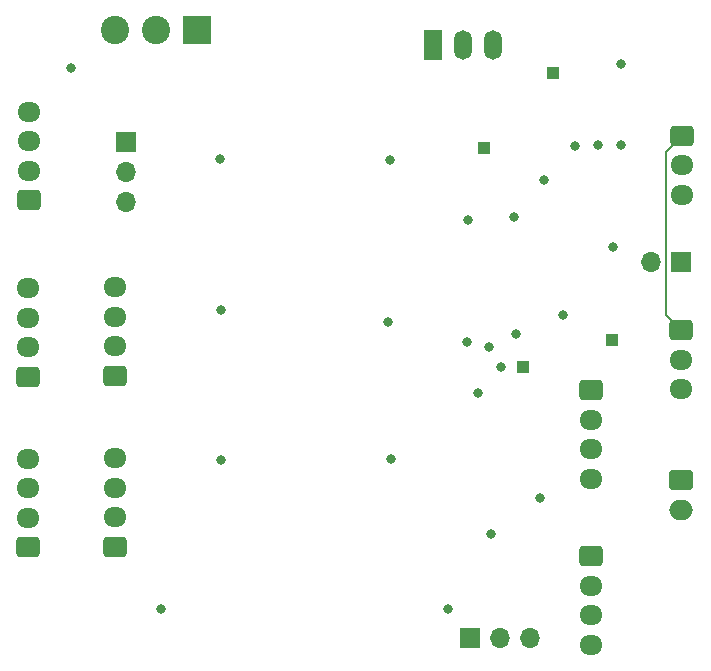
<source format=gbr>
%TF.GenerationSoftware,KiCad,Pcbnew,8.0.2-1*%
%TF.CreationDate,2024-05-20T08:59:52+08:00*%
%TF.ProjectId,amp_controller,616d705f-636f-46e7-9472-6f6c6c65722e,rev?*%
%TF.SameCoordinates,Original*%
%TF.FileFunction,Copper,L3,Inr*%
%TF.FilePolarity,Positive*%
%FSLAX46Y46*%
G04 Gerber Fmt 4.6, Leading zero omitted, Abs format (unit mm)*
G04 Created by KiCad (PCBNEW 8.0.2-1) date 2024-05-20 08:59:52*
%MOMM*%
%LPD*%
G01*
G04 APERTURE LIST*
G04 Aperture macros list*
%AMRoundRect*
0 Rectangle with rounded corners*
0 $1 Rounding radius*
0 $2 $3 $4 $5 $6 $7 $8 $9 X,Y pos of 4 corners*
0 Add a 4 corners polygon primitive as box body*
4,1,4,$2,$3,$4,$5,$6,$7,$8,$9,$2,$3,0*
0 Add four circle primitives for the rounded corners*
1,1,$1+$1,$2,$3*
1,1,$1+$1,$4,$5*
1,1,$1+$1,$6,$7*
1,1,$1+$1,$8,$9*
0 Add four rect primitives between the rounded corners*
20,1,$1+$1,$2,$3,$4,$5,0*
20,1,$1+$1,$4,$5,$6,$7,0*
20,1,$1+$1,$6,$7,$8,$9,0*
20,1,$1+$1,$8,$9,$2,$3,0*%
G04 Aperture macros list end*
%TA.AperFunction,ComponentPad*%
%ADD10R,1.500000X2.500000*%
%TD*%
%TA.AperFunction,ComponentPad*%
%ADD11O,1.500000X2.500000*%
%TD*%
%TA.AperFunction,ComponentPad*%
%ADD12RoundRect,0.250000X-0.725000X0.600000X-0.725000X-0.600000X0.725000X-0.600000X0.725000X0.600000X0*%
%TD*%
%TA.AperFunction,ComponentPad*%
%ADD13O,1.950000X1.700000*%
%TD*%
%TA.AperFunction,ComponentPad*%
%ADD14RoundRect,0.250000X0.725000X-0.600000X0.725000X0.600000X-0.725000X0.600000X-0.725000X-0.600000X0*%
%TD*%
%TA.AperFunction,ComponentPad*%
%ADD15R,1.000000X1.000000*%
%TD*%
%TA.AperFunction,ComponentPad*%
%ADD16R,1.700000X1.700000*%
%TD*%
%TA.AperFunction,ComponentPad*%
%ADD17O,1.700000X1.700000*%
%TD*%
%TA.AperFunction,ComponentPad*%
%ADD18RoundRect,0.250000X-0.750000X0.600000X-0.750000X-0.600000X0.750000X-0.600000X0.750000X0.600000X0*%
%TD*%
%TA.AperFunction,ComponentPad*%
%ADD19O,2.000000X1.700000*%
%TD*%
%TA.AperFunction,ComponentPad*%
%ADD20R,2.400000X2.400000*%
%TD*%
%TA.AperFunction,ComponentPad*%
%ADD21C,2.400000*%
%TD*%
%TA.AperFunction,ViaPad*%
%ADD22C,0.800000*%
%TD*%
%TA.AperFunction,Conductor*%
%ADD23C,0.200000*%
%TD*%
G04 APERTURE END LIST*
D10*
%TO.N,/+18V*%
%TO.C,U2*%
X143957597Y-70873725D03*
D11*
%TO.N,GND*%
X146497597Y-70873725D03*
%TO.N,+5V*%
X149037597Y-70873725D03*
%TD*%
D12*
%TO.N,/DRV*%
%TO.C,FP_LED1*%
X157292597Y-114173725D03*
D13*
%TO.N,/R*%
X157292597Y-116673725D03*
%TO.N,/G*%
X157292597Y-119173725D03*
%TO.N,/B*%
X157292597Y-121673725D03*
%TD*%
D14*
%TO.N,/SCL*%
%TO.C,DISPLAY1*%
X109704930Y-84021376D03*
D13*
%TO.N,/SDA*%
X109704930Y-81521376D03*
%TO.N,GND*%
X109704930Y-79021376D03*
%TO.N,/DISP_3V3*%
X109704930Y-76521376D03*
%TD*%
D14*
%TO.N,GND*%
%TO.C,AMP1*%
X116987597Y-113358725D03*
D13*
%TO.N,/AMP1_CLIP*%
X116987597Y-110858725D03*
%TO.N,/AMP1_FAULT*%
X116987597Y-108358725D03*
%TO.N,/AMP1_RESET*%
X116987597Y-105858725D03*
%TD*%
D12*
%TO.N,/M+*%
%TO.C,MUSIC_THRU1*%
X165031560Y-78573725D03*
D13*
%TO.N,/MG*%
X165031560Y-81073725D03*
%TO.N,/M-*%
X165031560Y-83573725D03*
%TD*%
D15*
%TO.N,/ADC_VREF*%
%TO.C,TPVR1*%
X148211380Y-79611496D03*
%TD*%
D16*
%TO.N,Net-(J1-Pin_1)*%
%TO.C,J1*%
X164917597Y-89288725D03*
D17*
%TO.N,Net-(J1-Pin_2)*%
X162377597Y-89288725D03*
%TD*%
D15*
%TO.N,AGND*%
%TO.C,TPAG1*%
X159091346Y-95867811D03*
%TD*%
D18*
%TO.N,Net-(D4-K)*%
%TO.C,TRIGGER1*%
X164912597Y-107703725D03*
D19*
%TO.N,Net-(TRIGGER1-Pin_2)*%
X164912597Y-110203725D03*
%TD*%
D14*
%TO.N,GND*%
%TO.C,AMP4*%
X109669355Y-98981975D03*
D13*
%TO.N,/AMP4_CLIP*%
X109669355Y-96481975D03*
%TO.N,/AMP4_FAULT*%
X109669355Y-93981975D03*
%TO.N,/AMP4_RESET*%
X109669355Y-91481975D03*
%TD*%
D16*
%TO.N,GND*%
%TO.C,GPIO16\u002C17*%
X147064682Y-121049736D03*
D17*
%TO.N,/GPIO17*%
X149604682Y-121049736D03*
%TO.N,/GPIO16*%
X152144682Y-121049736D03*
%TD*%
D15*
%TO.N,GND*%
%TO.C,TPG1*%
X154063475Y-73240747D03*
%TD*%
D20*
%TO.N,/+18V*%
%TO.C,POWER1*%
X123962597Y-69603725D03*
D21*
%TO.N,GND*%
X120462597Y-69603725D03*
%TO.N,/-18V*%
X116962597Y-69603725D03*
%TD*%
D12*
%TO.N,/M+*%
%TO.C,MUSIC_IN1*%
X164912597Y-95003725D03*
D13*
%TO.N,/MG*%
X164912597Y-97503725D03*
%TO.N,/M-*%
X164912597Y-100003725D03*
%TD*%
D14*
%TO.N,GND*%
%TO.C,AMP3*%
X117011573Y-98871566D03*
D13*
%TO.N,/AMP3_CLIP*%
X117011573Y-96371566D03*
%TO.N,/AMP3_FAULT*%
X117011573Y-93871566D03*
%TO.N,/AMP3_RESET*%
X117011573Y-91371566D03*
%TD*%
D16*
%TO.N,GND*%
%TO.C,GPIO3\u002C2\u002CG1*%
X117922597Y-79128725D03*
D17*
%TO.N,Net-(GPIO3\u002C2\u002CG1-Pin_2)*%
X117922597Y-81668725D03*
%TO.N,Net-(GPIO3\u002C2\u002CG1-Pin_3)*%
X117922597Y-84208725D03*
%TD*%
D14*
%TO.N,GND*%
%TO.C,AMP2*%
X109667597Y-113418725D03*
D13*
%TO.N,/AMP2_CLIP*%
X109667597Y-110918725D03*
%TO.N,/AMP2_FAULT*%
X109667597Y-108418725D03*
%TO.N,/AMP2_RESET*%
X109667597Y-105918725D03*
%TD*%
D15*
%TO.N,/PEAK*%
%TO.C,TP-PEAK1*%
X151577597Y-98178725D03*
%TD*%
D12*
%TO.N,GND*%
%TO.C,FP_BUTTON1*%
X157292597Y-100083725D03*
D13*
%TO.N,/FP_BUTTON*%
X157292597Y-102583725D03*
%TO.N,GND*%
X157292597Y-105083725D03*
%TO.N,/DRV*%
X157292597Y-107583725D03*
%TD*%
D22*
%TO.N,GND*%
X113264570Y-72810338D03*
X140395895Y-105944570D03*
X125990370Y-93291069D03*
X140147597Y-94368725D03*
X125941703Y-106041905D03*
X140249893Y-80588900D03*
X120921864Y-118592659D03*
X148816788Y-112255167D03*
X125891346Y-80518505D03*
X147756142Y-100347798D03*
X159879048Y-72449363D03*
X145227597Y-118646739D03*
%TO.N,+5V*%
X153004444Y-109241967D03*
X149672597Y-98178725D03*
%TO.N,+5VA*%
X155977709Y-79397180D03*
X150775633Y-85441217D03*
X154956465Y-93759590D03*
%TO.N,-5VA*%
X159197597Y-88018725D03*
X157909854Y-79381852D03*
%TO.N,AGND*%
X153308062Y-82289452D03*
X150927036Y-95362204D03*
X146783134Y-96003250D03*
X159855886Y-79358957D03*
X146861969Y-85674601D03*
X148654899Y-96444429D03*
%TD*%
D23*
%TO.N,/M+*%
X165031560Y-78573725D02*
X163642597Y-79962688D01*
X163642597Y-93733725D02*
X164912597Y-95003725D01*
X163642597Y-79962688D02*
X163642597Y-93733725D01*
%TD*%
M02*

</source>
